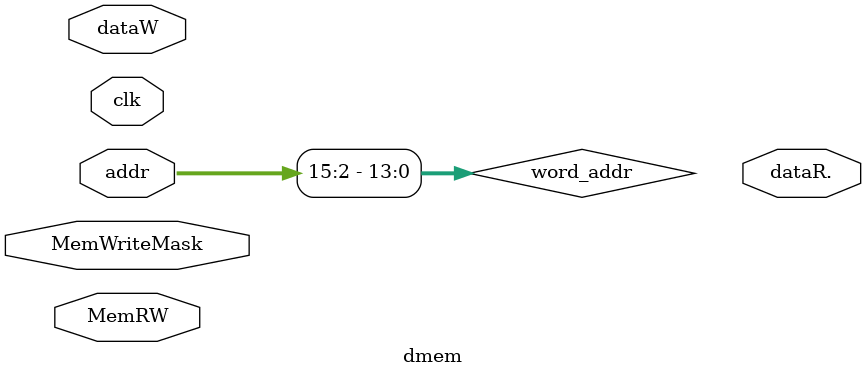
<source format=v>
module dmem(
    input clk,                // clock input
    input MemRW,              // memory read/write enable signal
    input [31:0] addr,        // address input
    input [31:0] dataW,       // data input (for potential writing)
    input [3:0] MemWriteMask, // comes from partial_store, tells memory which bytes to overwrite
    output [31:0] dataR.      // data read output
);

    // 64KB Memory: 16,384 words of 32 bits each (Using Verilog Array)
    reg [31:0] ram [0:16383];

    // Address Transformation:
    // 1. Discard top 16 bits (only dealing with bottom 16 bits)
    // 2. Discard bottom 2 bits (word alignment, dividing by 4)
    // Result: Using bits [15:2] to index array
    wire [13:0] word_addr = addr[15:2];

    // Asynchronous Read
    // This reads the full 32-bit word
    // If want a byte (lb), partial_load handles slicing later
    assign dataR = ram[word_addr];

    // Synchronous Write
    // Simultaneous writing of multiple bits (if specified by MemWriteMask) at once
    always @(posedge clk) begin
        if (MemRW) begin
            // Byte 0 (Lowest 8 bits)
            if (MemWriteMask[0]) ram[word_addr][7:0] <= dataW[7:0];

            // Byte 1
            if (MemWriteMask[1]) ram[word_addr][15:8] <= dataW[15:8];

            // Byte 2
            if (MemWriteMask[2]) ram[word_addr][23:16] <= dataW[23:16];

            // Byte 3 (Highest 8 bits)
            if (MemWriteMask[3]) ram[word_addr][31:24] <= dataW[31:24];
        end
    end

endmodule
</source>
